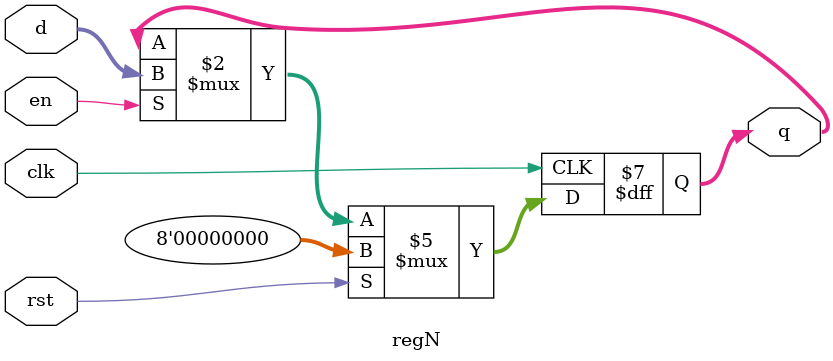
<source format=v>
module regN #(parameter WIDTH = 8) (
    input              clk,
    input              rst,
    input              en,
    input  [WIDTH-1:0] d,
    output reg [WIDTH-1:0] q
);
    always @(posedge clk) begin
        if (rst) begin
            q <= {WIDTH{1'b0}};
        end else if (en) begin
            q <= d;
        end
    end
endmodule
</source>
